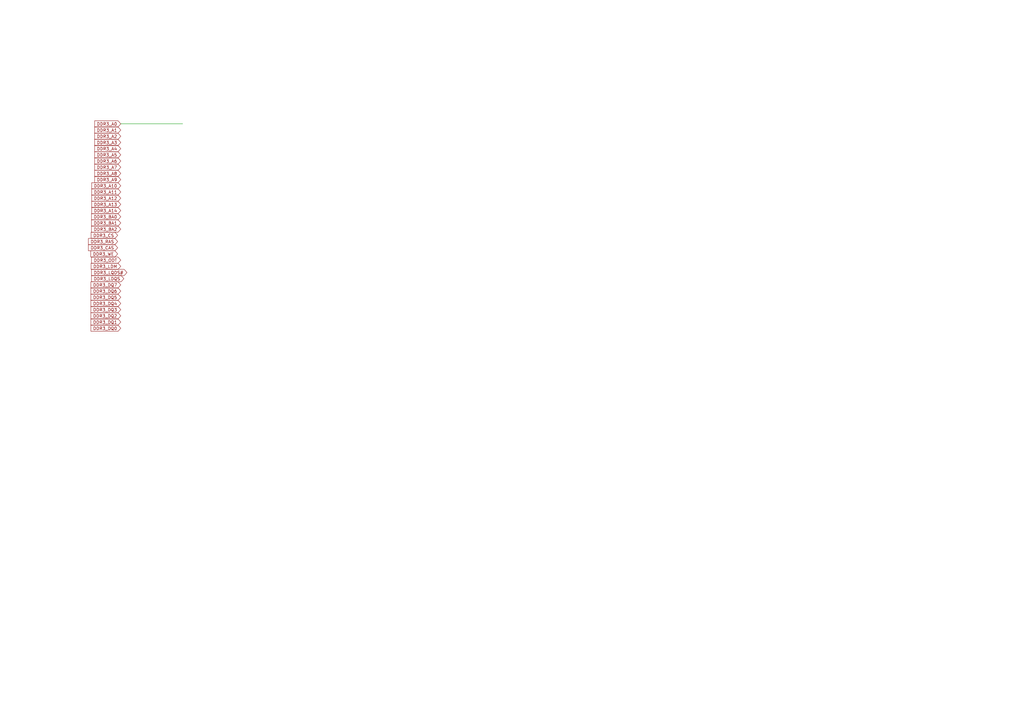
<source format=kicad_sch>
(kicad_sch
	(version 20250114)
	(generator "eeschema")
	(generator_version "9.0")
	(uuid "4ed345c2-7676-44dd-b8fa-b2037d132999")
	(paper "A3")
	(lib_symbols)
	(wire
		(pts
			(xy 49.53 50.8) (xy 74.93 50.8)
		)
		(stroke
			(width 0)
			(type default)
		)
		(uuid "c8c14b88-6809-4eb8-96d8-3518aeb7c6ec")
	)
	(global_label "DDR3_DQ6"
		(shape input)
		(at 49.53 119.38 180)
		(fields_autoplaced yes)
		(effects
			(font
				(size 1.27 1.27)
			)
			(justify right)
		)
		(uuid "0050e808-3441-45fa-91cb-d78e54748709")
		(property "Intersheetrefs" "${INTERSHEET_REFS}"
			(at 36.7477 119.38 0)
			(effects
				(font
					(size 1.27 1.27)
				)
				(justify right)
				(hide yes)
			)
		)
	)
	(global_label "DDR3_A14"
		(shape input)
		(at 49.53 86.36 180)
		(fields_autoplaced yes)
		(effects
			(font
				(size 1.27 1.27)
			)
			(justify right)
		)
		(uuid "005bce4b-f5b7-4470-a808-a6c849087557")
		(property "Intersheetrefs" "${INTERSHEET_REFS}"
			(at 37.0501 86.36 0)
			(effects
				(font
					(size 1.27 1.27)
				)
				(justify right)
				(hide yes)
			)
		)
	)
	(global_label "DDR3_LDM"
		(shape input)
		(at 49.53 109.22 180)
		(fields_autoplaced yes)
		(effects
			(font
				(size 1.27 1.27)
			)
			(justify right)
		)
		(uuid "0ecaa4bc-e0f5-4ba8-b10a-e9fe9c826206")
		(property "Intersheetrefs" "${INTERSHEET_REFS}"
			(at 36.8082 109.22 0)
			(effects
				(font
					(size 1.27 1.27)
				)
				(justify right)
				(hide yes)
			)
		)
	)
	(global_label "DDR3_DQ4"
		(shape input)
		(at 49.53 124.46 180)
		(fields_autoplaced yes)
		(effects
			(font
				(size 1.27 1.27)
			)
			(justify right)
		)
		(uuid "1442ad4c-cd4e-4a34-b45a-bfd5e4d9def3")
		(property "Intersheetrefs" "${INTERSHEET_REFS}"
			(at 36.7477 124.46 0)
			(effects
				(font
					(size 1.27 1.27)
				)
				(justify right)
				(hide yes)
			)
		)
	)
	(global_label "DDR3_A10"
		(shape input)
		(at 49.53 76.2 180)
		(fields_autoplaced yes)
		(effects
			(font
				(size 1.27 1.27)
			)
			(justify right)
		)
		(uuid "176bfb33-870d-42b9-a3ec-88692c5f7221")
		(property "Intersheetrefs" "${INTERSHEET_REFS}"
			(at 37.0501 76.2 0)
			(effects
				(font
					(size 1.27 1.27)
				)
				(justify right)
				(hide yes)
			)
		)
	)
	(global_label "DDR3_DQ0"
		(shape input)
		(at 49.53 134.62 180)
		(fields_autoplaced yes)
		(effects
			(font
				(size 1.27 1.27)
			)
			(justify right)
		)
		(uuid "18f2255d-d032-48bc-893e-e069634d43b8")
		(property "Intersheetrefs" "${INTERSHEET_REFS}"
			(at 36.7477 134.62 0)
			(effects
				(font
					(size 1.27 1.27)
				)
				(justify right)
				(hide yes)
			)
		)
	)
	(global_label "DDR3_LDQS"
		(shape input)
		(at 50.8 114.3 180)
		(fields_autoplaced yes)
		(effects
			(font
				(size 1.27 1.27)
			)
			(justify right)
		)
		(uuid "1c5dcea1-9e38-4962-a4a8-020e98bc3d85")
		(property "Intersheetrefs" "${INTERSHEET_REFS}"
			(at 36.9896 114.3 0)
			(effects
				(font
					(size 1.27 1.27)
				)
				(justify right)
				(hide yes)
			)
		)
	)
	(global_label "DDR3_WE"
		(shape input)
		(at 48.26 104.14 180)
		(fields_autoplaced yes)
		(effects
			(font
				(size 1.27 1.27)
			)
			(justify right)
		)
		(uuid "236f11b4-642b-44b2-802a-cfe8500eb660")
		(property "Intersheetrefs" "${INTERSHEET_REFS}"
			(at 36.6873 104.14 0)
			(effects
				(font
					(size 1.27 1.27)
				)
				(justify right)
				(hide yes)
			)
		)
	)
	(global_label "DDR3_A5"
		(shape input)
		(at 49.53 63.5 180)
		(fields_autoplaced yes)
		(effects
			(font
				(size 1.27 1.27)
			)
			(justify right)
		)
		(uuid "3618fc26-dcf0-41ba-b41d-9c769755d94a")
		(property "Intersheetrefs" "${INTERSHEET_REFS}"
			(at 38.2596 63.5 0)
			(effects
				(font
					(size 1.27 1.27)
				)
				(justify right)
				(hide yes)
			)
		)
	)
	(global_label "DDR3_A0"
		(shape input)
		(at 49.53 50.8 180)
		(fields_autoplaced yes)
		(effects
			(font
				(size 1.27 1.27)
			)
			(justify right)
		)
		(uuid "4537e6ef-ae98-4996-8853-5bc0ac4d4ce5")
		(property "Intersheetrefs" "${INTERSHEET_REFS}"
			(at 38.2596 50.8 0)
			(effects
				(font
					(size 1.27 1.27)
				)
				(justify right)
				(hide yes)
			)
		)
	)
	(global_label "DDR3_DQ5"
		(shape input)
		(at 49.53 121.92 180)
		(fields_autoplaced yes)
		(effects
			(font
				(size 1.27 1.27)
			)
			(justify right)
		)
		(uuid "484c399f-58a4-4b3a-86bf-540c7591f320")
		(property "Intersheetrefs" "${INTERSHEET_REFS}"
			(at 36.7477 121.92 0)
			(effects
				(font
					(size 1.27 1.27)
				)
				(justify right)
				(hide yes)
			)
		)
	)
	(global_label "DDR3_DQ1"
		(shape input)
		(at 49.53 132.08 180)
		(fields_autoplaced yes)
		(effects
			(font
				(size 1.27 1.27)
			)
			(justify right)
		)
		(uuid "49eab366-cc0d-49e2-bf50-20d5ac77ea6e")
		(property "Intersheetrefs" "${INTERSHEET_REFS}"
			(at 36.7477 132.08 0)
			(effects
				(font
					(size 1.27 1.27)
				)
				(justify right)
				(hide yes)
			)
		)
	)
	(global_label "DDR3_LQDS#"
		(shape input)
		(at 52.07 111.76 180)
		(fields_autoplaced yes)
		(effects
			(font
				(size 1.27 1.27)
			)
			(justify right)
		)
		(uuid "4c91d68d-7e13-4bb8-8f91-9778cc1fc176")
		(property "Intersheetrefs" "${INTERSHEET_REFS}"
			(at 36.9896 111.76 0)
			(effects
				(font
					(size 1.27 1.27)
				)
				(justify right)
				(hide yes)
			)
		)
	)
	(global_label "DDR3_CAS"
		(shape input)
		(at 48.26 101.6 180)
		(fields_autoplaced yes)
		(effects
			(font
				(size 1.27 1.27)
			)
			(justify right)
		)
		(uuid "4e62958a-3ab0-4589-93a5-51c8836e16e9")
		(property "Intersheetrefs" "${INTERSHEET_REFS}"
			(at 35.7196 101.6 0)
			(effects
				(font
					(size 1.27 1.27)
				)
				(justify right)
				(hide yes)
			)
		)
	)
	(global_label "DDR3_A2"
		(shape input)
		(at 49.53 55.88 180)
		(fields_autoplaced yes)
		(effects
			(font
				(size 1.27 1.27)
			)
			(justify right)
		)
		(uuid "59fbfbab-3726-4b2d-81e9-74c7906d7d4a")
		(property "Intersheetrefs" "${INTERSHEET_REFS}"
			(at 38.2596 55.88 0)
			(effects
				(font
					(size 1.27 1.27)
				)
				(justify right)
				(hide yes)
			)
		)
	)
	(global_label "DDR3_A8"
		(shape input)
		(at 49.53 71.12 180)
		(fields_autoplaced yes)
		(effects
			(font
				(size 1.27 1.27)
			)
			(justify right)
		)
		(uuid "5fd754a5-1bb1-4e61-93d4-e7bd374d3562")
		(property "Intersheetrefs" "${INTERSHEET_REFS}"
			(at 38.2596 71.12 0)
			(effects
				(font
					(size 1.27 1.27)
				)
				(justify right)
				(hide yes)
			)
		)
	)
	(global_label "DDR3_A7"
		(shape input)
		(at 49.53 68.58 180)
		(fields_autoplaced yes)
		(effects
			(font
				(size 1.27 1.27)
			)
			(justify right)
		)
		(uuid "632ffa7a-1780-4a56-bfe8-1cebc1e9289a")
		(property "Intersheetrefs" "${INTERSHEET_REFS}"
			(at 38.2596 68.58 0)
			(effects
				(font
					(size 1.27 1.27)
				)
				(justify right)
				(hide yes)
			)
		)
	)
	(global_label "DDR3_BA2"
		(shape input)
		(at 49.53 93.98 180)
		(fields_autoplaced yes)
		(effects
			(font
				(size 1.27 1.27)
			)
			(justify right)
		)
		(uuid "69f2ec9f-9ca5-46ac-a98c-c35197685689")
		(property "Intersheetrefs" "${INTERSHEET_REFS}"
			(at 36.9896 93.98 0)
			(effects
				(font
					(size 1.27 1.27)
				)
				(justify right)
				(hide yes)
			)
		)
	)
	(global_label "DDR3_ODT"
		(shape input)
		(at 49.53 106.68 180)
		(fields_autoplaced yes)
		(effects
			(font
				(size 1.27 1.27)
			)
			(justify right)
		)
		(uuid "8050c6c0-7414-43d9-a241-f42dca34c9da")
		(property "Intersheetrefs" "${INTERSHEET_REFS}"
			(at 36.9896 106.68 0)
			(effects
				(font
					(size 1.27 1.27)
				)
				(justify right)
				(hide yes)
			)
		)
	)
	(global_label "DDR3_BA0"
		(shape input)
		(at 49.53 88.9 180)
		(fields_autoplaced yes)
		(effects
			(font
				(size 1.27 1.27)
			)
			(justify right)
		)
		(uuid "a7a813dc-4f2a-4707-a34f-f9d27605f2db")
		(property "Intersheetrefs" "${INTERSHEET_REFS}"
			(at 36.9896 88.9 0)
			(effects
				(font
					(size 1.27 1.27)
				)
				(justify right)
				(hide yes)
			)
		)
	)
	(global_label "DDR3_A9"
		(shape input)
		(at 49.53 73.66 180)
		(fields_autoplaced yes)
		(effects
			(font
				(size 1.27 1.27)
			)
			(justify right)
		)
		(uuid "aa617fef-928b-47d0-a0e5-116aebaafacd")
		(property "Intersheetrefs" "${INTERSHEET_REFS}"
			(at 38.2596 73.66 0)
			(effects
				(font
					(size 1.27 1.27)
				)
				(justify right)
				(hide yes)
			)
		)
	)
	(global_label "DDR3_DQ7"
		(shape input)
		(at 49.53 116.84 180)
		(fields_autoplaced yes)
		(effects
			(font
				(size 1.27 1.27)
			)
			(justify right)
		)
		(uuid "ae491c4d-4acf-47d9-942b-29a10e744f92")
		(property "Intersheetrefs" "${INTERSHEET_REFS}"
			(at 36.7477 116.84 0)
			(effects
				(font
					(size 1.27 1.27)
				)
				(justify right)
				(hide yes)
			)
		)
	)
	(global_label "DDR3_DQ3"
		(shape input)
		(at 49.53 127 180)
		(fields_autoplaced yes)
		(effects
			(font
				(size 1.27 1.27)
			)
			(justify right)
		)
		(uuid "b397f4e2-2beb-415d-8f60-93d790b0239d")
		(property "Intersheetrefs" "${INTERSHEET_REFS}"
			(at 36.7477 127 0)
			(effects
				(font
					(size 1.27 1.27)
				)
				(justify right)
				(hide yes)
			)
		)
	)
	(global_label "DDR3_A11"
		(shape input)
		(at 49.53 78.74 180)
		(fields_autoplaced yes)
		(effects
			(font
				(size 1.27 1.27)
			)
			(justify right)
		)
		(uuid "c015a168-4db9-41b9-a845-b7c3ee444234")
		(property "Intersheetrefs" "${INTERSHEET_REFS}"
			(at 37.0501 78.74 0)
			(effects
				(font
					(size 1.27 1.27)
				)
				(justify right)
				(hide yes)
			)
		)
	)
	(global_label "DDR3_A3"
		(shape input)
		(at 49.53 58.42 180)
		(fields_autoplaced yes)
		(effects
			(font
				(size 1.27 1.27)
			)
			(justify right)
		)
		(uuid "cc42324e-6c6f-4b75-ac45-2523ff7b8da3")
		(property "Intersheetrefs" "${INTERSHEET_REFS}"
			(at 38.2596 58.42 0)
			(effects
				(font
					(size 1.27 1.27)
				)
				(justify right)
				(hide yes)
			)
		)
	)
	(global_label "DDR3_A13"
		(shape input)
		(at 49.53 83.82 180)
		(fields_autoplaced yes)
		(effects
			(font
				(size 1.27 1.27)
			)
			(justify right)
		)
		(uuid "ce37601b-d266-46ac-8d12-7d18f3f89905")
		(property "Intersheetrefs" "${INTERSHEET_REFS}"
			(at 37.0501 83.82 0)
			(effects
				(font
					(size 1.27 1.27)
				)
				(justify right)
				(hide yes)
			)
		)
	)
	(global_label "DDR3_A4"
		(shape input)
		(at 49.53 60.96 180)
		(fields_autoplaced yes)
		(effects
			(font
				(size 1.27 1.27)
			)
			(justify right)
		)
		(uuid "d27baf3f-5281-4a25-926a-412b9445281d")
		(property "Intersheetrefs" "${INTERSHEET_REFS}"
			(at 38.2596 60.96 0)
			(effects
				(font
					(size 1.27 1.27)
				)
				(justify right)
				(hide yes)
			)
		)
	)
	(global_label "DDR3_DQ2"
		(shape input)
		(at 49.53 129.54 180)
		(fields_autoplaced yes)
		(effects
			(font
				(size 1.27 1.27)
			)
			(justify right)
		)
		(uuid "dd6cfe60-a53d-482c-a9c6-b39096665b29")
		(property "Intersheetrefs" "${INTERSHEET_REFS}"
			(at 36.7477 129.54 0)
			(effects
				(font
					(size 1.27 1.27)
				)
				(justify right)
				(hide yes)
			)
		)
	)
	(global_label "DDR3_A1"
		(shape input)
		(at 49.53 53.34 180)
		(fields_autoplaced yes)
		(effects
			(font
				(size 1.27 1.27)
			)
			(justify right)
		)
		(uuid "de6cc239-f2ed-4db3-8655-877c73e1fb7a")
		(property "Intersheetrefs" "${INTERSHEET_REFS}"
			(at 38.2596 53.34 0)
			(effects
				(font
					(size 1.27 1.27)
				)
				(justify right)
				(hide yes)
			)
		)
	)
	(global_label "DDR3_CS"
		(shape input)
		(at 48.26 96.52 180)
		(fields_autoplaced yes)
		(effects
			(font
				(size 1.27 1.27)
			)
			(justify right)
		)
		(uuid "e10090d3-dd1c-4751-89d3-32436cd5e9bc")
		(property "Intersheetrefs" "${INTERSHEET_REFS}"
			(at 36.8082 96.52 0)
			(effects
				(font
					(size 1.27 1.27)
				)
				(justify right)
				(hide yes)
			)
		)
	)
	(global_label "DDR3_A12"
		(shape input)
		(at 49.53 81.28 180)
		(fields_autoplaced yes)
		(effects
			(font
				(size 1.27 1.27)
			)
			(justify right)
		)
		(uuid "e322a67e-2861-48c4-940a-08fe5b546c82")
		(property "Intersheetrefs" "${INTERSHEET_REFS}"
			(at 37.0501 81.28 0)
			(effects
				(font
					(size 1.27 1.27)
				)
				(justify right)
				(hide yes)
			)
		)
	)
	(global_label "DDR3_BA1"
		(shape input)
		(at 49.53 91.44 180)
		(fields_autoplaced yes)
		(effects
			(font
				(size 1.27 1.27)
			)
			(justify right)
		)
		(uuid "e924a0c8-0a76-4e97-aa05-668d9e80361c")
		(property "Intersheetrefs" "${INTERSHEET_REFS}"
			(at 36.9896 91.44 0)
			(effects
				(font
					(size 1.27 1.27)
				)
				(justify right)
				(hide yes)
			)
		)
	)
	(global_label "DDR3_RAS"
		(shape input)
		(at 48.26 99.06 180)
		(fields_autoplaced yes)
		(effects
			(font
				(size 1.27 1.27)
			)
			(justify right)
		)
		(uuid "f39499d1-c2d5-4793-aa7e-cfd91418d3a5")
		(property "Intersheetrefs" "${INTERSHEET_REFS}"
			(at 35.7196 99.06 0)
			(effects
				(font
					(size 1.27 1.27)
				)
				(justify right)
				(hide yes)
			)
		)
	)
	(global_label "DDR3_A6"
		(shape input)
		(at 49.53 66.04 180)
		(fields_autoplaced yes)
		(effects
			(font
				(size 1.27 1.27)
			)
			(justify right)
		)
		(uuid "f42d2a18-565c-4c7d-94ad-6bc4a177e9b1")
		(property "Intersheetrefs" "${INTERSHEET_REFS}"
			(at 38.2596 66.04 0)
			(effects
				(font
					(size 1.27 1.27)
				)
				(justify right)
				(hide yes)
			)
		)
	)
)

</source>
